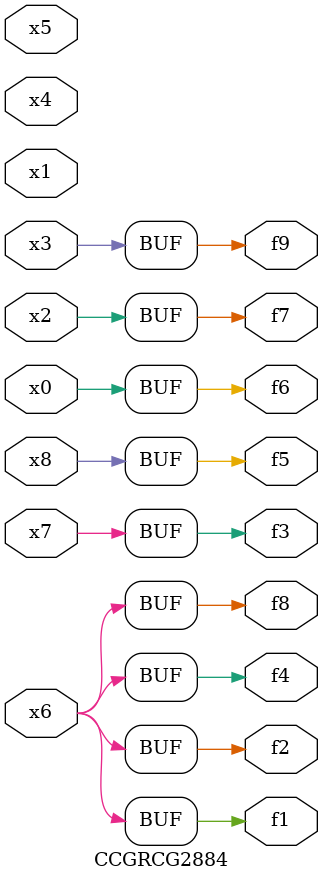
<source format=v>
module CCGRCG2884(
	input x0, x1, x2, x3, x4, x5, x6, x7, x8,
	output f1, f2, f3, f4, f5, f6, f7, f8, f9
);
	assign f1 = x6;
	assign f2 = x6;
	assign f3 = x7;
	assign f4 = x6;
	assign f5 = x8;
	assign f6 = x0;
	assign f7 = x2;
	assign f8 = x6;
	assign f9 = x3;
endmodule

</source>
